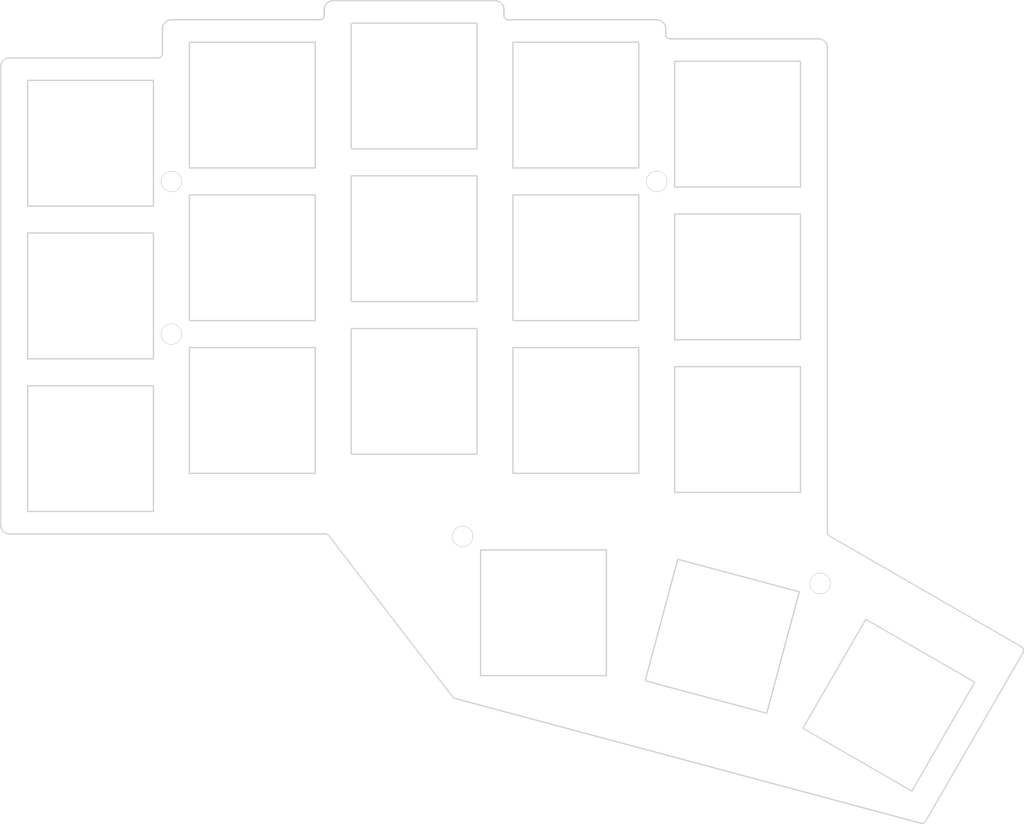
<source format=kicad_pcb>
(kicad_pcb (version 20240108) (generator "pcbnew") (generator_version "8.0")
  (title_block (title "frontplate") (date "2024-11-30") (rev "0.2") (company "ceoloide"))
  (layers (0 "F.Cu" signal) (31 "B.Cu" signal) (34 "B.Paste" user) (35 "F.Paste" user) (36 "B.SilkS" user "B.Silkscreen") (37 "F.SilkS" user "F.Silkscreen") (38 "B.Mask" user) (39 "F.Mask" user) (44 "Edge.Cuts" user))
  (net 0 "")
  (footprint "ceoloide:mounting_hole_npth" (layer "F.Cu") (at 109 87.25)
    (property "Reference" "MH2" (hide yes))
    (property "Value" "")
    (pad "" np_thru_hole circle (at 0 0) (size 2.2 2.2) (drill 2.2) (layers "*.Cu" "*.Mask"))
  )
  (footprint "ceoloide:mounting_hole_npth" (layer "F.Cu") (at 163 70.25)
    (property "Reference" "MH3" (hide yes))
    (property "Value" "")
    (pad "" np_thru_hole circle (at 0 0) (size 2.2 2.2) (drill 2.2) (layers "*.Cu" "*.Mask"))
  )
  (footprint "ceoloide:mounting_hole_npth" (layer "F.Cu") (at 109 70.25)
    (property "Reference" "MH1" (hide yes))
    (property "Value" "")
    (pad "" np_thru_hole circle (at 0 0) (size 2.2 2.2) (drill 2.2) (layers "*.Cu" "*.Mask"))
  )
  (footprint "ceoloide:mounting_hole_npth" (layer "F.Cu") (at 141.4 109.775)
    (property "Reference" "MH4" (hide yes))
    (property "Value" "")
    (pad "" np_thru_hole circle (at 0 0) (size 2.2 2.2) (drill 2.2) (layers "*.Cu" "*.Mask"))
  )
  (footprint "ceoloide:mounting_hole_npth" (layer "F.Cu") (at 181.186589 115.013004 -15)
    (property "Reference" "MH5" (hide yes))
    (property "Value" "")
    (pad "" np_thru_hole circle (at 0 0 345) (size 2.2 2.2) (drill 2.2) (layers "*.Cu" "*.Mask"))
  )
  (gr_line (start 147 88.75) (end 147 102.75) (stroke (width 0.15)) (layer "Edge.Cuts"))
  (gr_line (start 125 88.75) (end 111 88.75) (stroke (width 0.15)) (layer "Edge.Cuts"))
  (gr_line (start 157.4 125.275) (end 157.4 111.275) (stroke (width 0.15)) (layer "Edge.Cuts"))
  (gr_line (start 108 53.25) (end 108 56) (stroke (width 0.15)) (layer "Edge.Cuts"))
  (gr_line (start 179 73.875) (end 165 73.875) (stroke (width 0.15)) (layer "Edge.Cuts"))
  (gr_line (start 143.4 111.275) (end 143.4 125.275) (stroke (width 0.15)) (layer "Edge.Cuts"))
  (gr_line (start 161 102.75) (end 161 88.75) (stroke (width 0.15)) (layer "Edge.Cuts"))
  (gr_line (start 111 102.75) (end 125 102.75) (stroke (width 0.15)) (layer "Edge.Cuts"))
  (gr_line (start 93 107) (end 107 107) (stroke (width 0.15)) (layer "Edge.Cuts"))
  (gr_arc (start 145 50.125) (mid 145.707107 50.417893) (end 146 51.125) (stroke (width 0.15)) (layer "Edge.Cuts"))
  (gr_line (start 129 52.625) (end 129 66.625) (stroke (width 0.15)) (layer "Edge.Cuts"))
  (gr_line (start 107 59) (end 93 59) (stroke (width 0.15)) (layer "Edge.Cuts"))
  (gr_line (start 179 90.875) (end 165 90.875) (stroke (width 0.15)) (layer "Edge.Cuts"))
  (gr_circle (center 141.4 109.775) (end 142.5 109.775) (stroke (width 0.15)) (fill none) (layer "Edge.Cuts"))
  (gr_line (start 129 86.625) (end 129 100.625) (stroke (width 0.15)) (layer "Edge.Cuts"))
  (gr_line (start 107 73) (end 107 59) (stroke (width 0.15)) (layer "Edge.Cuts"))
  (gr_line (start 93 93) (end 93 107) (stroke (width 0.15)) (layer "Edge.Cuts"))
  (gr_line (start 147 54.75) (end 147 68.75) (stroke (width 0.15)) (layer "Edge.Cuts"))
  (gr_line (start 179 87.875) (end 179 73.875) (stroke (width 0.15)) (layer "Edge.Cuts"))
  (gr_circle (center 109 70.25) (end 110.1 70.25) (stroke (width 0.15)) (fill none) (layer "Edge.Cuts"))
  (gr_line (start 146 51.75) (end 146 51.125) (stroke (width 0.15)) (layer "Edge.Cuts"))
  (gr_line (start 111 54.75) (end 111 68.75) (stroke (width 0.15)) (layer "Edge.Cuts"))
  (gr_line (start 125 85.75) (end 125 71.75) (stroke (width 0.15)) (layer "Edge.Cuts"))
  (gr_line (start 143 69.625) (end 129 69.625) (stroke (width 0.15)) (layer "Edge.Cuts"))
  (gr_line (start 111 71.75) (end 111 85.75) (stroke (width 0.15)) (layer "Edge.Cuts"))
  (gr_line (start 161 88.75) (end 147 88.75) (stroke (width 0.15)) (layer "Edge.Cuts"))
  (gr_line (start 175.243042 129.467216) (end 178.866508 115.944254) (stroke (width 0.15)) (layer "Edge.Cuts"))
  (gr_arc (start 192.932979 141.467506) (mid 192.691307 141.679426) (end 192.370557 141.700469) (stroke (width 0.15)) (layer "Edge.Cuts"))
  (gr_line (start 165 56.875) (end 165 70.875) (stroke (width 0.15)) (layer "Edge.Cuts"))
  (gr_arc (start 126.12845 109.5) (mid 126.349564 109.551573) (end 126.525104 109.695591) (stroke (width 0.15)) (layer "Edge.Cuts"))
  (gr_line (start 129 66.625) (end 143 66.625) (stroke (width 0.15)) (layer "Edge.Cuts"))
  (gr_line (start 163 52.25) (end 146.5 52.25) (stroke (width 0.15)) (layer "Edge.Cuts"))
  (gr_arc (start 91 109.5) (mid 90.292893 109.207107) (end 90 108.5) (stroke (width 0.15)) (layer "Edge.Cuts"))
  (gr_line (start 161 71.75) (end 147 71.75) (stroke (width 0.15)) (layer "Edge.Cuts"))
  (gr_line (start 129 69.625) (end 129 83.625) (stroke (width 0.15)) (layer "Edge.Cuts"))
  (gr_line (start 165 70.875) (end 179 70.875) (stroke (width 0.15)) (layer "Edge.Cuts"))
  (gr_line (start 93 76) (end 93 90) (stroke (width 0.15)) (layer "Edge.Cuts"))
  (gr_line (start 147 102.75) (end 161 102.75) (stroke (width 0.15)) (layer "Edge.Cuts"))
  (gr_line (start 143 100.625) (end 143 86.625) (stroke (width 0.15)) (layer "Edge.Cuts"))
  (gr_line (start 165 73.875) (end 165 87.875) (stroke (width 0.15)) (layer "Edge.Cuts"))
  (gr_line (start 157.4 111.275) (end 143.4 111.275) (stroke (width 0.15)) (layer "Edge.Cuts"))
  (gr_line (start 179 70.875) (end 179 56.875) (stroke (width 0.15)) (layer "Edge.Cuts"))
  (gr_line (start 165 104.875) (end 179 104.875) (stroke (width 0.15)) (layer "Edge.Cuts"))
  (gr_line (start 111 68.75) (end 125 68.75) (stroke (width 0.15)) (layer "Edge.Cuts"))
  (gr_line (start 143 83.625) (end 143 69.625) (stroke (width 0.15)) (layer "Edge.Cuts"))
  (gr_circle (center 181.186589 115.013004) (end 182.286589 115.013004) (stroke (width 0.15)) (fill none) (layer "Edge.Cuts"))
  (gr_line (start 192.932979 141.467506) (end 203.75 122.731876) (stroke (width 0.15)) (layer "Edge.Cuts"))
  (gr_line (start 192.370557 141.700469) (end 140.563924 127.818923) (stroke (width 0.15)) (layer "Edge.Cuts"))
  (gr_line (start 91 109.5) (end 126.12845 109.5) (stroke (width 0.15)) (layer "Edge.Cuts"))
  (gr_line (start 107 76) (end 93 76) (stroke (width 0.15)) (layer "Edge.Cuts"))
  (gr_line (start 107 107) (end 107 93) (stroke (width 0.15)) (layer "Edge.Cuts"))
  (gr_line (start 125 54.75) (end 111 54.75) (stroke (width 0.15)) (layer "Edge.Cuts"))
  (gr_line (start 178.866508 115.944254) (end 165.343547 112.320788) (stroke (width 0.15)) (layer "Edge.Cuts"))
  (gr_line (start 143 66.625) (end 143 52.625) (stroke (width 0.15)) (layer "Edge.Cuts"))
  (gr_line (start 164 53.875) (end 164 53.25) (stroke (width 0.15)) (layer "Edge.Cuts"))
  (gr_line (start 129 100.625) (end 143 100.625) (stroke (width 0.15)) (layer "Edge.Cuts"))
  (gr_line (start 126 51.125) (end 126 51.75) (stroke (width 0.15)) (layer "Edge.Cuts"))
  (gr_circle (center 163 70.25) (end 164.1 70.25) (stroke (width 0.15)) (fill none) (layer "Edge.Cuts"))
  (gr_line (start 107 90) (end 107 76) (stroke (width 0.15)) (layer "Edge.Cuts"))
  (gr_line (start 93 73) (end 107 73) (stroke (width 0.15)) (layer "Edge.Cuts"))
  (gr_line (start 140.296679 127.64037) (end 126.525104 109.695591) (stroke (width 0.15)) (layer "Edge.Cuts"))
  (gr_line (start 107 93) (end 93 93) (stroke (width 0.15)) (layer "Edge.Cuts"))
  (gr_arc (start 108 56) (mid 107.853553 56.353553) (end 107.5 56.5) (stroke (width 0.15)) (layer "Edge.Cuts"))
  (gr_line (start 93 59) (end 93 73) (stroke (width 0.15)) (layer "Edge.Cuts"))
  (gr_line (start 161 54.75) (end 147 54.75) (stroke (width 0.15)) (layer "Edge.Cuts"))
  (gr_line (start 179.268716 131.134705) (end 191.393071 138.134705) (stroke (width 0.15)) (layer "Edge.Cuts"))
  (gr_line (start 143 52.625) (end 129 52.625) (stroke (width 0.15)) (layer "Edge.Cuts"))
  (gr_line (start 125.5 52.25) (end 109 52.25) (stroke (width 0.15)) (layer "Edge.Cuts"))
  (gr_line (start 165 87.875) (end 179 87.875) (stroke (width 0.15)) (layer "Edge.Cuts"))
  (gr_arc (start 203.566987 122.048864) (mid 203.799971 122.352469) (end 203.75 122.731876) (stroke (width 0.15)) (layer "Edge.Cuts"))
  (gr_line (start 143 86.625) (end 129 86.625) (stroke (width 0.15)) (layer "Edge.Cuts"))
  (gr_circle (center 109 87.25) (end 110.1 87.25) (stroke (width 0.15)) (fill none) (layer "Edge.Cuts"))
  (gr_line (start 179 104.875) (end 179 90.875) (stroke (width 0.15)) (layer "Edge.Cuts"))
  (gr_line (start 161.72008 125.843749) (end 175.243042 129.467216) (stroke (width 0.15)) (layer "Edge.Cuts"))
  (gr_line (start 90 108.5) (end 90 57.5) (stroke (width 0.15)) (layer "Edge.Cuts"))
  (gr_arc (start 108 53.25) (mid 108.292893 52.542893) (end 109 52.25) (stroke (width 0.15)) (layer "Edge.Cuts"))
  (gr_arc (start 126 51.75) (mid 125.853553 52.103553) (end 125.5 52.25) (stroke (width 0.15)) (layer "Edge.Cuts"))
  (gr_line (start 191.393071 138.134705) (end 198.393071 126.010349) (stroke (width 0.15)) (layer "Edge.Cuts"))
  (gr_line (start 145 50.125) (end 127 50.125) (stroke (width 0.15)) (layer "Edge.Cuts"))
  (gr_line (start 161 85.75) (end 161 71.75) (stroke (width 0.15)) (layer "Edge.Cuts"))
  (gr_line (start 181 54.375) (end 164.5 54.375) (stroke (width 0.15)) (layer "Edge.Cuts"))
  (gr_line (start 93 90) (end 107 90) (stroke (width 0.15)) (layer "Edge.Cuts"))
  (gr_line (start 147 85.75) (end 161 85.75) (stroke (width 0.15)) (layer "Edge.Cuts"))
  (gr_line (start 111 85.75) (end 125 85.75) (stroke (width 0.15)) (layer "Edge.Cuts"))
  (gr_line (start 179 56.875) (end 165 56.875) (stroke (width 0.15)) (layer "Edge.Cuts"))
  (gr_line (start 111 88.75) (end 111 102.75) (stroke (width 0.15)) (layer "Edge.Cuts"))
  (gr_line (start 186.268716 119.010349) (end 179.268716 131.134705) (stroke (width 0.15)) (layer "Edge.Cuts"))
  (gr_line (start 182.25 109.741495) (end 203.566987 122.048864) (stroke (width 0.15)) (layer "Edge.Cuts"))
  (gr_line (start 165 90.875) (end 165 104.875) (stroke (width 0.15)) (layer "Edge.Cuts"))
  (gr_line (start 165.343547 112.320788) (end 161.72008 125.843749) (stroke (width 0.15)) (layer "Edge.Cuts"))
  (gr_line (start 198.393071 126.010349) (end 186.268716 119.010349) (stroke (width 0.15)) (layer "Edge.Cuts"))
  (gr_line (start 107.5 56.5) (end 91 56.5) (stroke (width 0.15)) (layer "Edge.Cuts"))
  (gr_line (start 129 83.625) (end 143 83.625) (stroke (width 0.15)) (layer "Edge.Cuts"))
  (gr_line (start 147 68.75) (end 161 68.75) (stroke (width 0.15)) (layer "Edge.Cuts"))
  (gr_line (start 125 102.75) (end 125 88.75) (stroke (width 0.15)) (layer "Edge.Cuts"))
  (gr_arc (start 164.5 54.375) (mid 164.146447 54.228553) (end 164 53.875) (stroke (width 0.15)) (layer "Edge.Cuts"))
  (gr_arc (start 140.563924 127.818923) (mid 140.415561 127.751709) (end 140.296679 127.64037) (stroke (width 0.15)) (layer "Edge.Cuts"))
  (gr_line (start 125 68.75) (end 125 54.75) (stroke (width 0.15)) (layer "Edge.Cuts"))
  (gr_arc (start 126 51.125) (mid 126.292893 50.417893) (end 127 50.125) (stroke (width 0.15)) (layer "Edge.Cuts"))
  (gr_line (start 182 109.308483) (end 182 55.375) (stroke (width 0.15)) (layer "Edge.Cuts"))
  (gr_line (start 147 71.75) (end 147 85.75) (stroke (width 0.15)) (layer "Edge.Cuts"))
  (gr_line (start 125 71.75) (end 111 71.75) (stroke (width 0.15)) (layer "Edge.Cuts"))
  (gr_line (start 143.4 125.275) (end 157.4 125.275) (stroke (width 0.15)) (layer "Edge.Cuts"))
  (gr_arc (start 182.25 109.741495) (mid 182.066994 109.558481) (end 182 109.308483) (stroke (width 0.15)) (layer "Edge.Cuts"))
  (gr_arc (start 90 57.5) (mid 90.292893 56.792893) (end 91 56.5) (stroke (width 0.15)) (layer "Edge.Cuts"))
  (gr_line (start 161 68.75) (end 161 54.75) (stroke (width 0.15)) (layer "Edge.Cuts"))
  (gr_arc (start 146.5 52.25) (mid 146.146447 52.103553) (end 146 51.75) (stroke (width 0.15)) (layer "Edge.Cuts"))
  (gr_arc (start 181 54.375) (mid 181.707107 54.667893) (end 182 55.375) (stroke (width 0.15)) (layer "Edge.Cuts"))
  (gr_arc (start 163 52.25) (mid 163.707107 52.542893) (end 164 53.25) (stroke (width 0.15)) (layer "Edge.Cuts"))
)
</source>
